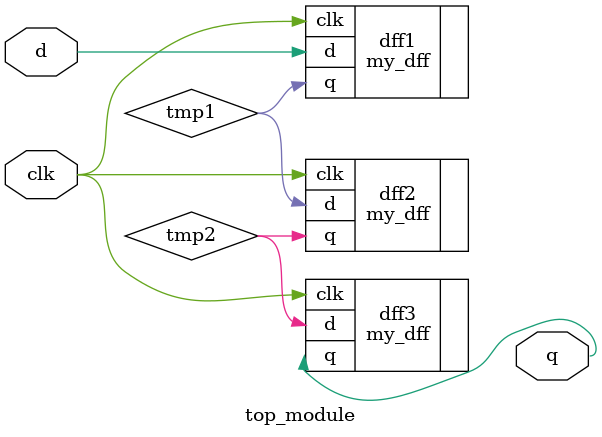
<source format=v>
module top_module ( input clk, input d, output q );
    wire tmp1, tmp2;
    my_dff dff1( .clk(clk), .d(d), .q(tmp1) );
    my_dff dff2( .clk(clk), .d(tmp1), .q(tmp2) );
    my_dff dff3( .clk(clk), .d(tmp2), .q(q) );
endmodule

</source>
